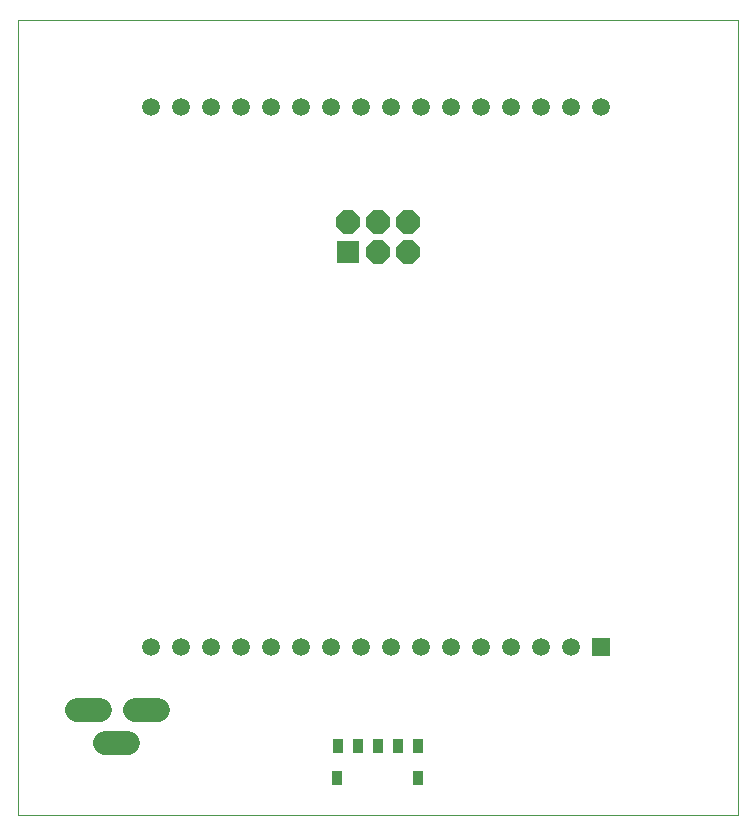
<source format=gbs>
G75*
G70*
%OFA0B0*%
%FSLAX24Y24*%
%IPPOS*%
%LPD*%
%AMOC8*
5,1,8,0,0,1.08239X$1,22.5*
%
%ADD10C,0.0000*%
%ADD11R,0.0594X0.0594*%
%ADD12C,0.0594*%
%ADD13R,0.0355X0.0473*%
%ADD14C,0.0808*%
%ADD15R,0.0780X0.0780*%
%ADD16OC8,0.0780*%
D10*
X000500Y000130D02*
X000500Y026630D01*
X024500Y026630D01*
X024500Y000130D01*
X000500Y000130D01*
D11*
X019941Y005732D03*
D12*
X018941Y005732D03*
X017941Y005732D03*
X016941Y005732D03*
X015941Y005732D03*
X014941Y005732D03*
X013941Y005732D03*
X012941Y005732D03*
X011941Y005732D03*
X010941Y005732D03*
X009941Y005732D03*
X008941Y005732D03*
X007941Y005732D03*
X006941Y005732D03*
X005941Y005732D03*
X004941Y005732D03*
X004941Y023732D03*
X005941Y023732D03*
X006941Y023732D03*
X007941Y023732D03*
X008941Y023732D03*
X009941Y023732D03*
X010941Y023732D03*
X011941Y023732D03*
X012941Y023732D03*
X013941Y023732D03*
X014941Y023732D03*
X015941Y023732D03*
X016941Y023732D03*
X017941Y023732D03*
X018941Y023732D03*
X019941Y023732D03*
D13*
X013839Y002425D03*
X013169Y002425D03*
X012500Y002425D03*
X011831Y002425D03*
X011161Y002425D03*
X011122Y001362D03*
X013839Y001362D03*
D14*
X005175Y003630D02*
X004407Y003630D01*
X004152Y002528D02*
X003384Y002528D01*
X003246Y003630D02*
X002478Y003630D01*
D15*
X011500Y018917D03*
D16*
X012500Y018917D03*
X013500Y018917D03*
X013500Y019917D03*
X012500Y019917D03*
X011500Y019917D03*
M02*

</source>
